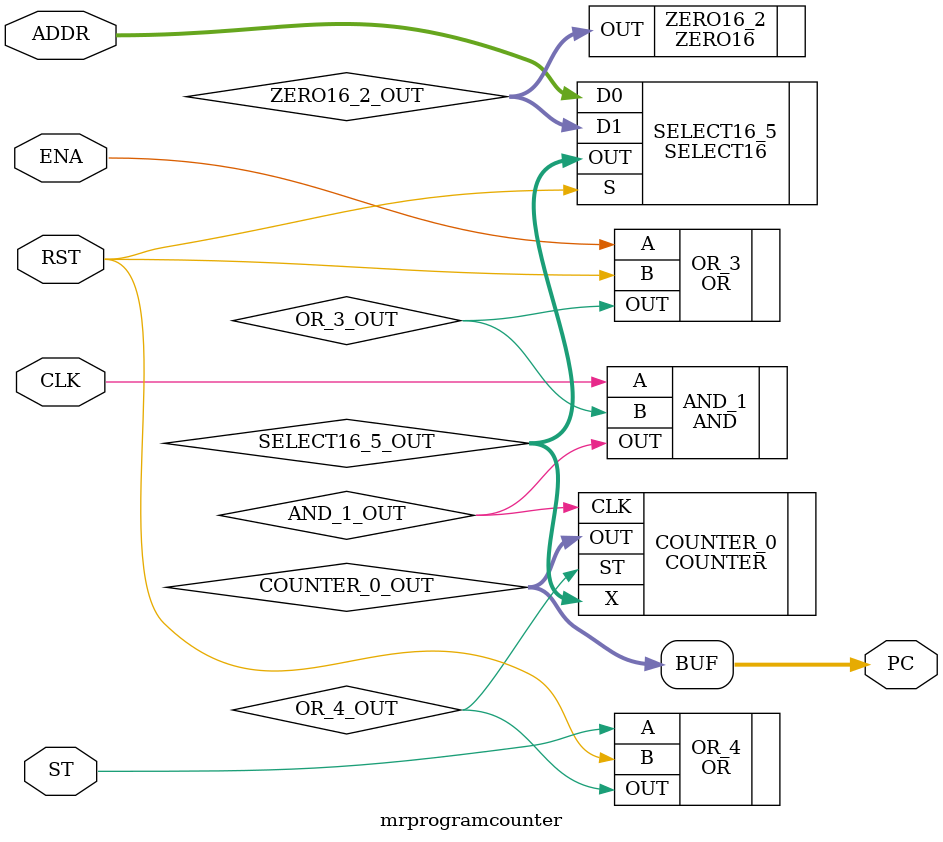
<source format=v>
module mrprogramcounter(
	output [15:0] PC,
	input ST,
	input [15:0] ADDR,
	input CLK,
	input ENA,
	input RST
);

wire [15:0] COUNTER_0_OUT;
wire AND_1_OUT;
wire [15:0] ZERO16_2_OUT;
wire OR_3_OUT;
wire OR_4_OUT;
wire [15:0] SELECT16_5_OUT;

COUNTER COUNTER_0(
	.OUT (COUNTER_0_OUT),
	.ST (OR_4_OUT),
	.X (SELECT16_5_OUT),
	.CLK (AND_1_OUT)
);
	
AND AND_1(
	.OUT (AND_1_OUT),
	.A (CLK),
	.B (OR_3_OUT)
);
	
ZERO16 ZERO16_2(
	.OUT (ZERO16_2_OUT)
);
	
OR OR_3(
	.OUT (OR_3_OUT),
	.A (ENA),
	.B (RST)
);
	
OR OR_4(
	.OUT (OR_4_OUT),
	.A (ST),
	.B (RST)
);
	
SELECT16 SELECT16_5(
	.OUT (SELECT16_5_OUT),
	.S (RST),
	.D1 (ZERO16_2_OUT),
	.D0 (ADDR)
);
	
assign PC = COUNTER_0_OUT;

endmodule

</source>
